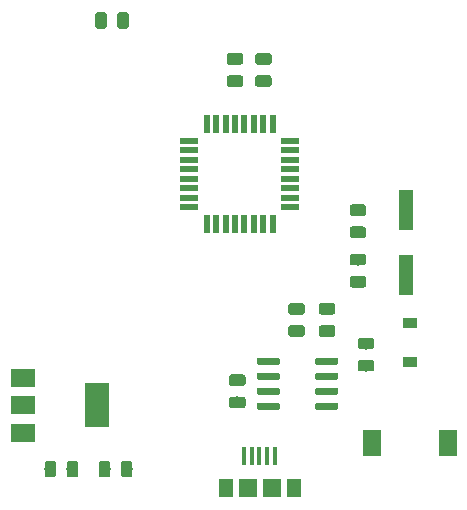
<source format=gbr>
G04 #@! TF.GenerationSoftware,KiCad,Pcbnew,(5.1.2-1)-1*
G04 #@! TF.CreationDate,2019-07-12T16:43:51-07:00*
G04 #@! TF.ProjectId,wavegenerator_v1,77617665-6765-46e6-9572-61746f725f76,rev?*
G04 #@! TF.SameCoordinates,Original*
G04 #@! TF.FileFunction,Paste,Top*
G04 #@! TF.FilePolarity,Positive*
%FSLAX46Y46*%
G04 Gerber Fmt 4.6, Leading zero omitted, Abs format (unit mm)*
G04 Created by KiCad (PCBNEW (5.1.2-1)-1) date 2019-07-12 16:43:51*
%MOMM*%
%LPD*%
G04 APERTURE LIST*
%ADD10R,1.200000X3.500000*%
%ADD11R,1.500000X2.200000*%
%ADD12R,1.200000X0.900000*%
%ADD13C,0.100000*%
%ADD14C,0.975000*%
%ADD15R,2.000000X1.500000*%
%ADD16R,2.000000X3.800000*%
%ADD17C,0.600000*%
%ADD18R,0.550000X1.600000*%
%ADD19R,1.600000X0.550000*%
%ADD20R,1.500000X1.650000*%
%ADD21R,0.400000X1.650000*%
%ADD22R,1.200000X1.650000*%
G04 APERTURE END LIST*
D10*
X82800000Y-80450000D03*
X82800000Y-74950000D03*
D11*
X79900000Y-94700000D03*
X86300000Y-94700000D03*
D12*
X83100000Y-84550000D03*
X83100000Y-87850000D03*
D13*
G36*
X73980142Y-82836174D02*
G01*
X74003803Y-82839684D01*
X74027007Y-82845496D01*
X74049529Y-82853554D01*
X74071153Y-82863782D01*
X74091670Y-82876079D01*
X74110883Y-82890329D01*
X74128607Y-82906393D01*
X74144671Y-82924117D01*
X74158921Y-82943330D01*
X74171218Y-82963847D01*
X74181446Y-82985471D01*
X74189504Y-83007993D01*
X74195316Y-83031197D01*
X74198826Y-83054858D01*
X74200000Y-83078750D01*
X74200000Y-83566250D01*
X74198826Y-83590142D01*
X74195316Y-83613803D01*
X74189504Y-83637007D01*
X74181446Y-83659529D01*
X74171218Y-83681153D01*
X74158921Y-83701670D01*
X74144671Y-83720883D01*
X74128607Y-83738607D01*
X74110883Y-83754671D01*
X74091670Y-83768921D01*
X74071153Y-83781218D01*
X74049529Y-83791446D01*
X74027007Y-83799504D01*
X74003803Y-83805316D01*
X73980142Y-83808826D01*
X73956250Y-83810000D01*
X73043750Y-83810000D01*
X73019858Y-83808826D01*
X72996197Y-83805316D01*
X72972993Y-83799504D01*
X72950471Y-83791446D01*
X72928847Y-83781218D01*
X72908330Y-83768921D01*
X72889117Y-83754671D01*
X72871393Y-83738607D01*
X72855329Y-83720883D01*
X72841079Y-83701670D01*
X72828782Y-83681153D01*
X72818554Y-83659529D01*
X72810496Y-83637007D01*
X72804684Y-83613803D01*
X72801174Y-83590142D01*
X72800000Y-83566250D01*
X72800000Y-83078750D01*
X72801174Y-83054858D01*
X72804684Y-83031197D01*
X72810496Y-83007993D01*
X72818554Y-82985471D01*
X72828782Y-82963847D01*
X72841079Y-82943330D01*
X72855329Y-82924117D01*
X72871393Y-82906393D01*
X72889117Y-82890329D01*
X72908330Y-82876079D01*
X72928847Y-82863782D01*
X72950471Y-82853554D01*
X72972993Y-82845496D01*
X72996197Y-82839684D01*
X73019858Y-82836174D01*
X73043750Y-82835000D01*
X73956250Y-82835000D01*
X73980142Y-82836174D01*
X73980142Y-82836174D01*
G37*
D14*
X73500000Y-83322500D03*
D13*
G36*
X73980142Y-84711174D02*
G01*
X74003803Y-84714684D01*
X74027007Y-84720496D01*
X74049529Y-84728554D01*
X74071153Y-84738782D01*
X74091670Y-84751079D01*
X74110883Y-84765329D01*
X74128607Y-84781393D01*
X74144671Y-84799117D01*
X74158921Y-84818330D01*
X74171218Y-84838847D01*
X74181446Y-84860471D01*
X74189504Y-84882993D01*
X74195316Y-84906197D01*
X74198826Y-84929858D01*
X74200000Y-84953750D01*
X74200000Y-85441250D01*
X74198826Y-85465142D01*
X74195316Y-85488803D01*
X74189504Y-85512007D01*
X74181446Y-85534529D01*
X74171218Y-85556153D01*
X74158921Y-85576670D01*
X74144671Y-85595883D01*
X74128607Y-85613607D01*
X74110883Y-85629671D01*
X74091670Y-85643921D01*
X74071153Y-85656218D01*
X74049529Y-85666446D01*
X74027007Y-85674504D01*
X74003803Y-85680316D01*
X73980142Y-85683826D01*
X73956250Y-85685000D01*
X73043750Y-85685000D01*
X73019858Y-85683826D01*
X72996197Y-85680316D01*
X72972993Y-85674504D01*
X72950471Y-85666446D01*
X72928847Y-85656218D01*
X72908330Y-85643921D01*
X72889117Y-85629671D01*
X72871393Y-85613607D01*
X72855329Y-85595883D01*
X72841079Y-85576670D01*
X72828782Y-85556153D01*
X72818554Y-85534529D01*
X72810496Y-85512007D01*
X72804684Y-85488803D01*
X72801174Y-85465142D01*
X72800000Y-85441250D01*
X72800000Y-84953750D01*
X72801174Y-84929858D01*
X72804684Y-84906197D01*
X72810496Y-84882993D01*
X72818554Y-84860471D01*
X72828782Y-84838847D01*
X72841079Y-84818330D01*
X72855329Y-84799117D01*
X72871393Y-84781393D01*
X72889117Y-84765329D01*
X72908330Y-84751079D01*
X72928847Y-84738782D01*
X72950471Y-84728554D01*
X72972993Y-84720496D01*
X72996197Y-84714684D01*
X73019858Y-84711174D01*
X73043750Y-84710000D01*
X73956250Y-84710000D01*
X73980142Y-84711174D01*
X73980142Y-84711174D01*
G37*
D14*
X73500000Y-85197500D03*
D13*
G36*
X76580142Y-82836174D02*
G01*
X76603803Y-82839684D01*
X76627007Y-82845496D01*
X76649529Y-82853554D01*
X76671153Y-82863782D01*
X76691670Y-82876079D01*
X76710883Y-82890329D01*
X76728607Y-82906393D01*
X76744671Y-82924117D01*
X76758921Y-82943330D01*
X76771218Y-82963847D01*
X76781446Y-82985471D01*
X76789504Y-83007993D01*
X76795316Y-83031197D01*
X76798826Y-83054858D01*
X76800000Y-83078750D01*
X76800000Y-83566250D01*
X76798826Y-83590142D01*
X76795316Y-83613803D01*
X76789504Y-83637007D01*
X76781446Y-83659529D01*
X76771218Y-83681153D01*
X76758921Y-83701670D01*
X76744671Y-83720883D01*
X76728607Y-83738607D01*
X76710883Y-83754671D01*
X76691670Y-83768921D01*
X76671153Y-83781218D01*
X76649529Y-83791446D01*
X76627007Y-83799504D01*
X76603803Y-83805316D01*
X76580142Y-83808826D01*
X76556250Y-83810000D01*
X75643750Y-83810000D01*
X75619858Y-83808826D01*
X75596197Y-83805316D01*
X75572993Y-83799504D01*
X75550471Y-83791446D01*
X75528847Y-83781218D01*
X75508330Y-83768921D01*
X75489117Y-83754671D01*
X75471393Y-83738607D01*
X75455329Y-83720883D01*
X75441079Y-83701670D01*
X75428782Y-83681153D01*
X75418554Y-83659529D01*
X75410496Y-83637007D01*
X75404684Y-83613803D01*
X75401174Y-83590142D01*
X75400000Y-83566250D01*
X75400000Y-83078750D01*
X75401174Y-83054858D01*
X75404684Y-83031197D01*
X75410496Y-83007993D01*
X75418554Y-82985471D01*
X75428782Y-82963847D01*
X75441079Y-82943330D01*
X75455329Y-82924117D01*
X75471393Y-82906393D01*
X75489117Y-82890329D01*
X75508330Y-82876079D01*
X75528847Y-82863782D01*
X75550471Y-82853554D01*
X75572993Y-82845496D01*
X75596197Y-82839684D01*
X75619858Y-82836174D01*
X75643750Y-82835000D01*
X76556250Y-82835000D01*
X76580142Y-82836174D01*
X76580142Y-82836174D01*
G37*
D14*
X76100000Y-83322500D03*
D13*
G36*
X76580142Y-84711174D02*
G01*
X76603803Y-84714684D01*
X76627007Y-84720496D01*
X76649529Y-84728554D01*
X76671153Y-84738782D01*
X76691670Y-84751079D01*
X76710883Y-84765329D01*
X76728607Y-84781393D01*
X76744671Y-84799117D01*
X76758921Y-84818330D01*
X76771218Y-84838847D01*
X76781446Y-84860471D01*
X76789504Y-84882993D01*
X76795316Y-84906197D01*
X76798826Y-84929858D01*
X76800000Y-84953750D01*
X76800000Y-85441250D01*
X76798826Y-85465142D01*
X76795316Y-85488803D01*
X76789504Y-85512007D01*
X76781446Y-85534529D01*
X76771218Y-85556153D01*
X76758921Y-85576670D01*
X76744671Y-85595883D01*
X76728607Y-85613607D01*
X76710883Y-85629671D01*
X76691670Y-85643921D01*
X76671153Y-85656218D01*
X76649529Y-85666446D01*
X76627007Y-85674504D01*
X76603803Y-85680316D01*
X76580142Y-85683826D01*
X76556250Y-85685000D01*
X75643750Y-85685000D01*
X75619858Y-85683826D01*
X75596197Y-85680316D01*
X75572993Y-85674504D01*
X75550471Y-85666446D01*
X75528847Y-85656218D01*
X75508330Y-85643921D01*
X75489117Y-85629671D01*
X75471393Y-85613607D01*
X75455329Y-85595883D01*
X75441079Y-85576670D01*
X75428782Y-85556153D01*
X75418554Y-85534529D01*
X75410496Y-85512007D01*
X75404684Y-85488803D01*
X75401174Y-85465142D01*
X75400000Y-85441250D01*
X75400000Y-84953750D01*
X75401174Y-84929858D01*
X75404684Y-84906197D01*
X75410496Y-84882993D01*
X75418554Y-84860471D01*
X75428782Y-84838847D01*
X75441079Y-84818330D01*
X75455329Y-84799117D01*
X75471393Y-84781393D01*
X75489117Y-84765329D01*
X75508330Y-84751079D01*
X75528847Y-84738782D01*
X75550471Y-84728554D01*
X75572993Y-84720496D01*
X75596197Y-84714684D01*
X75619858Y-84711174D01*
X75643750Y-84710000D01*
X76556250Y-84710000D01*
X76580142Y-84711174D01*
X76580142Y-84711174D01*
G37*
D14*
X76100000Y-85197500D03*
D13*
G36*
X57530142Y-96201174D02*
G01*
X57553803Y-96204684D01*
X57577007Y-96210496D01*
X57599529Y-96218554D01*
X57621153Y-96228782D01*
X57641670Y-96241079D01*
X57660883Y-96255329D01*
X57678607Y-96271393D01*
X57694671Y-96289117D01*
X57708921Y-96308330D01*
X57721218Y-96328847D01*
X57731446Y-96350471D01*
X57739504Y-96372993D01*
X57745316Y-96396197D01*
X57748826Y-96419858D01*
X57750000Y-96443750D01*
X57750000Y-97356250D01*
X57748826Y-97380142D01*
X57745316Y-97403803D01*
X57739504Y-97427007D01*
X57731446Y-97449529D01*
X57721218Y-97471153D01*
X57708921Y-97491670D01*
X57694671Y-97510883D01*
X57678607Y-97528607D01*
X57660883Y-97544671D01*
X57641670Y-97558921D01*
X57621153Y-97571218D01*
X57599529Y-97581446D01*
X57577007Y-97589504D01*
X57553803Y-97595316D01*
X57530142Y-97598826D01*
X57506250Y-97600000D01*
X57018750Y-97600000D01*
X56994858Y-97598826D01*
X56971197Y-97595316D01*
X56947993Y-97589504D01*
X56925471Y-97581446D01*
X56903847Y-97571218D01*
X56883330Y-97558921D01*
X56864117Y-97544671D01*
X56846393Y-97528607D01*
X56830329Y-97510883D01*
X56816079Y-97491670D01*
X56803782Y-97471153D01*
X56793554Y-97449529D01*
X56785496Y-97427007D01*
X56779684Y-97403803D01*
X56776174Y-97380142D01*
X56775000Y-97356250D01*
X56775000Y-96443750D01*
X56776174Y-96419858D01*
X56779684Y-96396197D01*
X56785496Y-96372993D01*
X56793554Y-96350471D01*
X56803782Y-96328847D01*
X56816079Y-96308330D01*
X56830329Y-96289117D01*
X56846393Y-96271393D01*
X56864117Y-96255329D01*
X56883330Y-96241079D01*
X56903847Y-96228782D01*
X56925471Y-96218554D01*
X56947993Y-96210496D01*
X56971197Y-96204684D01*
X56994858Y-96201174D01*
X57018750Y-96200000D01*
X57506250Y-96200000D01*
X57530142Y-96201174D01*
X57530142Y-96201174D01*
G37*
D14*
X57262500Y-96900000D03*
D13*
G36*
X59405142Y-96201174D02*
G01*
X59428803Y-96204684D01*
X59452007Y-96210496D01*
X59474529Y-96218554D01*
X59496153Y-96228782D01*
X59516670Y-96241079D01*
X59535883Y-96255329D01*
X59553607Y-96271393D01*
X59569671Y-96289117D01*
X59583921Y-96308330D01*
X59596218Y-96328847D01*
X59606446Y-96350471D01*
X59614504Y-96372993D01*
X59620316Y-96396197D01*
X59623826Y-96419858D01*
X59625000Y-96443750D01*
X59625000Y-97356250D01*
X59623826Y-97380142D01*
X59620316Y-97403803D01*
X59614504Y-97427007D01*
X59606446Y-97449529D01*
X59596218Y-97471153D01*
X59583921Y-97491670D01*
X59569671Y-97510883D01*
X59553607Y-97528607D01*
X59535883Y-97544671D01*
X59516670Y-97558921D01*
X59496153Y-97571218D01*
X59474529Y-97581446D01*
X59452007Y-97589504D01*
X59428803Y-97595316D01*
X59405142Y-97598826D01*
X59381250Y-97600000D01*
X58893750Y-97600000D01*
X58869858Y-97598826D01*
X58846197Y-97595316D01*
X58822993Y-97589504D01*
X58800471Y-97581446D01*
X58778847Y-97571218D01*
X58758330Y-97558921D01*
X58739117Y-97544671D01*
X58721393Y-97528607D01*
X58705329Y-97510883D01*
X58691079Y-97491670D01*
X58678782Y-97471153D01*
X58668554Y-97449529D01*
X58660496Y-97427007D01*
X58654684Y-97403803D01*
X58651174Y-97380142D01*
X58650000Y-97356250D01*
X58650000Y-96443750D01*
X58651174Y-96419858D01*
X58654684Y-96396197D01*
X58660496Y-96372993D01*
X58668554Y-96350471D01*
X58678782Y-96328847D01*
X58691079Y-96308330D01*
X58705329Y-96289117D01*
X58721393Y-96271393D01*
X58739117Y-96255329D01*
X58758330Y-96241079D01*
X58778847Y-96228782D01*
X58800471Y-96218554D01*
X58822993Y-96210496D01*
X58846197Y-96204684D01*
X58869858Y-96201174D01*
X58893750Y-96200000D01*
X59381250Y-96200000D01*
X59405142Y-96201174D01*
X59405142Y-96201174D01*
G37*
D14*
X59137500Y-96900000D03*
D13*
G36*
X54805142Y-96201174D02*
G01*
X54828803Y-96204684D01*
X54852007Y-96210496D01*
X54874529Y-96218554D01*
X54896153Y-96228782D01*
X54916670Y-96241079D01*
X54935883Y-96255329D01*
X54953607Y-96271393D01*
X54969671Y-96289117D01*
X54983921Y-96308330D01*
X54996218Y-96328847D01*
X55006446Y-96350471D01*
X55014504Y-96372993D01*
X55020316Y-96396197D01*
X55023826Y-96419858D01*
X55025000Y-96443750D01*
X55025000Y-97356250D01*
X55023826Y-97380142D01*
X55020316Y-97403803D01*
X55014504Y-97427007D01*
X55006446Y-97449529D01*
X54996218Y-97471153D01*
X54983921Y-97491670D01*
X54969671Y-97510883D01*
X54953607Y-97528607D01*
X54935883Y-97544671D01*
X54916670Y-97558921D01*
X54896153Y-97571218D01*
X54874529Y-97581446D01*
X54852007Y-97589504D01*
X54828803Y-97595316D01*
X54805142Y-97598826D01*
X54781250Y-97600000D01*
X54293750Y-97600000D01*
X54269858Y-97598826D01*
X54246197Y-97595316D01*
X54222993Y-97589504D01*
X54200471Y-97581446D01*
X54178847Y-97571218D01*
X54158330Y-97558921D01*
X54139117Y-97544671D01*
X54121393Y-97528607D01*
X54105329Y-97510883D01*
X54091079Y-97491670D01*
X54078782Y-97471153D01*
X54068554Y-97449529D01*
X54060496Y-97427007D01*
X54054684Y-97403803D01*
X54051174Y-97380142D01*
X54050000Y-97356250D01*
X54050000Y-96443750D01*
X54051174Y-96419858D01*
X54054684Y-96396197D01*
X54060496Y-96372993D01*
X54068554Y-96350471D01*
X54078782Y-96328847D01*
X54091079Y-96308330D01*
X54105329Y-96289117D01*
X54121393Y-96271393D01*
X54139117Y-96255329D01*
X54158330Y-96241079D01*
X54178847Y-96228782D01*
X54200471Y-96218554D01*
X54222993Y-96210496D01*
X54246197Y-96204684D01*
X54269858Y-96201174D01*
X54293750Y-96200000D01*
X54781250Y-96200000D01*
X54805142Y-96201174D01*
X54805142Y-96201174D01*
G37*
D14*
X54537500Y-96900000D03*
D13*
G36*
X52930142Y-96201174D02*
G01*
X52953803Y-96204684D01*
X52977007Y-96210496D01*
X52999529Y-96218554D01*
X53021153Y-96228782D01*
X53041670Y-96241079D01*
X53060883Y-96255329D01*
X53078607Y-96271393D01*
X53094671Y-96289117D01*
X53108921Y-96308330D01*
X53121218Y-96328847D01*
X53131446Y-96350471D01*
X53139504Y-96372993D01*
X53145316Y-96396197D01*
X53148826Y-96419858D01*
X53150000Y-96443750D01*
X53150000Y-97356250D01*
X53148826Y-97380142D01*
X53145316Y-97403803D01*
X53139504Y-97427007D01*
X53131446Y-97449529D01*
X53121218Y-97471153D01*
X53108921Y-97491670D01*
X53094671Y-97510883D01*
X53078607Y-97528607D01*
X53060883Y-97544671D01*
X53041670Y-97558921D01*
X53021153Y-97571218D01*
X52999529Y-97581446D01*
X52977007Y-97589504D01*
X52953803Y-97595316D01*
X52930142Y-97598826D01*
X52906250Y-97600000D01*
X52418750Y-97600000D01*
X52394858Y-97598826D01*
X52371197Y-97595316D01*
X52347993Y-97589504D01*
X52325471Y-97581446D01*
X52303847Y-97571218D01*
X52283330Y-97558921D01*
X52264117Y-97544671D01*
X52246393Y-97528607D01*
X52230329Y-97510883D01*
X52216079Y-97491670D01*
X52203782Y-97471153D01*
X52193554Y-97449529D01*
X52185496Y-97427007D01*
X52179684Y-97403803D01*
X52176174Y-97380142D01*
X52175000Y-97356250D01*
X52175000Y-96443750D01*
X52176174Y-96419858D01*
X52179684Y-96396197D01*
X52185496Y-96372993D01*
X52193554Y-96350471D01*
X52203782Y-96328847D01*
X52216079Y-96308330D01*
X52230329Y-96289117D01*
X52246393Y-96271393D01*
X52264117Y-96255329D01*
X52283330Y-96241079D01*
X52303847Y-96228782D01*
X52325471Y-96218554D01*
X52347993Y-96210496D01*
X52371197Y-96204684D01*
X52394858Y-96201174D01*
X52418750Y-96200000D01*
X52906250Y-96200000D01*
X52930142Y-96201174D01*
X52930142Y-96201174D01*
G37*
D14*
X52662500Y-96900000D03*
D13*
G36*
X68780142Y-61676174D02*
G01*
X68803803Y-61679684D01*
X68827007Y-61685496D01*
X68849529Y-61693554D01*
X68871153Y-61703782D01*
X68891670Y-61716079D01*
X68910883Y-61730329D01*
X68928607Y-61746393D01*
X68944671Y-61764117D01*
X68958921Y-61783330D01*
X68971218Y-61803847D01*
X68981446Y-61825471D01*
X68989504Y-61847993D01*
X68995316Y-61871197D01*
X68998826Y-61894858D01*
X69000000Y-61918750D01*
X69000000Y-62406250D01*
X68998826Y-62430142D01*
X68995316Y-62453803D01*
X68989504Y-62477007D01*
X68981446Y-62499529D01*
X68971218Y-62521153D01*
X68958921Y-62541670D01*
X68944671Y-62560883D01*
X68928607Y-62578607D01*
X68910883Y-62594671D01*
X68891670Y-62608921D01*
X68871153Y-62621218D01*
X68849529Y-62631446D01*
X68827007Y-62639504D01*
X68803803Y-62645316D01*
X68780142Y-62648826D01*
X68756250Y-62650000D01*
X67843750Y-62650000D01*
X67819858Y-62648826D01*
X67796197Y-62645316D01*
X67772993Y-62639504D01*
X67750471Y-62631446D01*
X67728847Y-62621218D01*
X67708330Y-62608921D01*
X67689117Y-62594671D01*
X67671393Y-62578607D01*
X67655329Y-62560883D01*
X67641079Y-62541670D01*
X67628782Y-62521153D01*
X67618554Y-62499529D01*
X67610496Y-62477007D01*
X67604684Y-62453803D01*
X67601174Y-62430142D01*
X67600000Y-62406250D01*
X67600000Y-61918750D01*
X67601174Y-61894858D01*
X67604684Y-61871197D01*
X67610496Y-61847993D01*
X67618554Y-61825471D01*
X67628782Y-61803847D01*
X67641079Y-61783330D01*
X67655329Y-61764117D01*
X67671393Y-61746393D01*
X67689117Y-61730329D01*
X67708330Y-61716079D01*
X67728847Y-61703782D01*
X67750471Y-61693554D01*
X67772993Y-61685496D01*
X67796197Y-61679684D01*
X67819858Y-61676174D01*
X67843750Y-61675000D01*
X68756250Y-61675000D01*
X68780142Y-61676174D01*
X68780142Y-61676174D01*
G37*
D14*
X68300000Y-62162500D03*
D13*
G36*
X68780142Y-63551174D02*
G01*
X68803803Y-63554684D01*
X68827007Y-63560496D01*
X68849529Y-63568554D01*
X68871153Y-63578782D01*
X68891670Y-63591079D01*
X68910883Y-63605329D01*
X68928607Y-63621393D01*
X68944671Y-63639117D01*
X68958921Y-63658330D01*
X68971218Y-63678847D01*
X68981446Y-63700471D01*
X68989504Y-63722993D01*
X68995316Y-63746197D01*
X68998826Y-63769858D01*
X69000000Y-63793750D01*
X69000000Y-64281250D01*
X68998826Y-64305142D01*
X68995316Y-64328803D01*
X68989504Y-64352007D01*
X68981446Y-64374529D01*
X68971218Y-64396153D01*
X68958921Y-64416670D01*
X68944671Y-64435883D01*
X68928607Y-64453607D01*
X68910883Y-64469671D01*
X68891670Y-64483921D01*
X68871153Y-64496218D01*
X68849529Y-64506446D01*
X68827007Y-64514504D01*
X68803803Y-64520316D01*
X68780142Y-64523826D01*
X68756250Y-64525000D01*
X67843750Y-64525000D01*
X67819858Y-64523826D01*
X67796197Y-64520316D01*
X67772993Y-64514504D01*
X67750471Y-64506446D01*
X67728847Y-64496218D01*
X67708330Y-64483921D01*
X67689117Y-64469671D01*
X67671393Y-64453607D01*
X67655329Y-64435883D01*
X67641079Y-64416670D01*
X67628782Y-64396153D01*
X67618554Y-64374529D01*
X67610496Y-64352007D01*
X67604684Y-64328803D01*
X67601174Y-64305142D01*
X67600000Y-64281250D01*
X67600000Y-63793750D01*
X67601174Y-63769858D01*
X67604684Y-63746197D01*
X67610496Y-63722993D01*
X67618554Y-63700471D01*
X67628782Y-63678847D01*
X67641079Y-63658330D01*
X67655329Y-63639117D01*
X67671393Y-63621393D01*
X67689117Y-63605329D01*
X67708330Y-63591079D01*
X67728847Y-63578782D01*
X67750471Y-63568554D01*
X67772993Y-63560496D01*
X67796197Y-63554684D01*
X67819858Y-63551174D01*
X67843750Y-63550000D01*
X68756250Y-63550000D01*
X68780142Y-63551174D01*
X68780142Y-63551174D01*
G37*
D14*
X68300000Y-64037500D03*
D13*
G36*
X68980142Y-88876174D02*
G01*
X69003803Y-88879684D01*
X69027007Y-88885496D01*
X69049529Y-88893554D01*
X69071153Y-88903782D01*
X69091670Y-88916079D01*
X69110883Y-88930329D01*
X69128607Y-88946393D01*
X69144671Y-88964117D01*
X69158921Y-88983330D01*
X69171218Y-89003847D01*
X69181446Y-89025471D01*
X69189504Y-89047993D01*
X69195316Y-89071197D01*
X69198826Y-89094858D01*
X69200000Y-89118750D01*
X69200000Y-89606250D01*
X69198826Y-89630142D01*
X69195316Y-89653803D01*
X69189504Y-89677007D01*
X69181446Y-89699529D01*
X69171218Y-89721153D01*
X69158921Y-89741670D01*
X69144671Y-89760883D01*
X69128607Y-89778607D01*
X69110883Y-89794671D01*
X69091670Y-89808921D01*
X69071153Y-89821218D01*
X69049529Y-89831446D01*
X69027007Y-89839504D01*
X69003803Y-89845316D01*
X68980142Y-89848826D01*
X68956250Y-89850000D01*
X68043750Y-89850000D01*
X68019858Y-89848826D01*
X67996197Y-89845316D01*
X67972993Y-89839504D01*
X67950471Y-89831446D01*
X67928847Y-89821218D01*
X67908330Y-89808921D01*
X67889117Y-89794671D01*
X67871393Y-89778607D01*
X67855329Y-89760883D01*
X67841079Y-89741670D01*
X67828782Y-89721153D01*
X67818554Y-89699529D01*
X67810496Y-89677007D01*
X67804684Y-89653803D01*
X67801174Y-89630142D01*
X67800000Y-89606250D01*
X67800000Y-89118750D01*
X67801174Y-89094858D01*
X67804684Y-89071197D01*
X67810496Y-89047993D01*
X67818554Y-89025471D01*
X67828782Y-89003847D01*
X67841079Y-88983330D01*
X67855329Y-88964117D01*
X67871393Y-88946393D01*
X67889117Y-88930329D01*
X67908330Y-88916079D01*
X67928847Y-88903782D01*
X67950471Y-88893554D01*
X67972993Y-88885496D01*
X67996197Y-88879684D01*
X68019858Y-88876174D01*
X68043750Y-88875000D01*
X68956250Y-88875000D01*
X68980142Y-88876174D01*
X68980142Y-88876174D01*
G37*
D14*
X68500000Y-89362500D03*
D13*
G36*
X68980142Y-90751174D02*
G01*
X69003803Y-90754684D01*
X69027007Y-90760496D01*
X69049529Y-90768554D01*
X69071153Y-90778782D01*
X69091670Y-90791079D01*
X69110883Y-90805329D01*
X69128607Y-90821393D01*
X69144671Y-90839117D01*
X69158921Y-90858330D01*
X69171218Y-90878847D01*
X69181446Y-90900471D01*
X69189504Y-90922993D01*
X69195316Y-90946197D01*
X69198826Y-90969858D01*
X69200000Y-90993750D01*
X69200000Y-91481250D01*
X69198826Y-91505142D01*
X69195316Y-91528803D01*
X69189504Y-91552007D01*
X69181446Y-91574529D01*
X69171218Y-91596153D01*
X69158921Y-91616670D01*
X69144671Y-91635883D01*
X69128607Y-91653607D01*
X69110883Y-91669671D01*
X69091670Y-91683921D01*
X69071153Y-91696218D01*
X69049529Y-91706446D01*
X69027007Y-91714504D01*
X69003803Y-91720316D01*
X68980142Y-91723826D01*
X68956250Y-91725000D01*
X68043750Y-91725000D01*
X68019858Y-91723826D01*
X67996197Y-91720316D01*
X67972993Y-91714504D01*
X67950471Y-91706446D01*
X67928847Y-91696218D01*
X67908330Y-91683921D01*
X67889117Y-91669671D01*
X67871393Y-91653607D01*
X67855329Y-91635883D01*
X67841079Y-91616670D01*
X67828782Y-91596153D01*
X67818554Y-91574529D01*
X67810496Y-91552007D01*
X67804684Y-91528803D01*
X67801174Y-91505142D01*
X67800000Y-91481250D01*
X67800000Y-90993750D01*
X67801174Y-90969858D01*
X67804684Y-90946197D01*
X67810496Y-90922993D01*
X67818554Y-90900471D01*
X67828782Y-90878847D01*
X67841079Y-90858330D01*
X67855329Y-90839117D01*
X67871393Y-90821393D01*
X67889117Y-90805329D01*
X67908330Y-90791079D01*
X67928847Y-90778782D01*
X67950471Y-90768554D01*
X67972993Y-90760496D01*
X67996197Y-90754684D01*
X68019858Y-90751174D01*
X68043750Y-90750000D01*
X68956250Y-90750000D01*
X68980142Y-90751174D01*
X68980142Y-90751174D01*
G37*
D14*
X68500000Y-91237500D03*
D13*
G36*
X57230142Y-58201174D02*
G01*
X57253803Y-58204684D01*
X57277007Y-58210496D01*
X57299529Y-58218554D01*
X57321153Y-58228782D01*
X57341670Y-58241079D01*
X57360883Y-58255329D01*
X57378607Y-58271393D01*
X57394671Y-58289117D01*
X57408921Y-58308330D01*
X57421218Y-58328847D01*
X57431446Y-58350471D01*
X57439504Y-58372993D01*
X57445316Y-58396197D01*
X57448826Y-58419858D01*
X57450000Y-58443750D01*
X57450000Y-59356250D01*
X57448826Y-59380142D01*
X57445316Y-59403803D01*
X57439504Y-59427007D01*
X57431446Y-59449529D01*
X57421218Y-59471153D01*
X57408921Y-59491670D01*
X57394671Y-59510883D01*
X57378607Y-59528607D01*
X57360883Y-59544671D01*
X57341670Y-59558921D01*
X57321153Y-59571218D01*
X57299529Y-59581446D01*
X57277007Y-59589504D01*
X57253803Y-59595316D01*
X57230142Y-59598826D01*
X57206250Y-59600000D01*
X56718750Y-59600000D01*
X56694858Y-59598826D01*
X56671197Y-59595316D01*
X56647993Y-59589504D01*
X56625471Y-59581446D01*
X56603847Y-59571218D01*
X56583330Y-59558921D01*
X56564117Y-59544671D01*
X56546393Y-59528607D01*
X56530329Y-59510883D01*
X56516079Y-59491670D01*
X56503782Y-59471153D01*
X56493554Y-59449529D01*
X56485496Y-59427007D01*
X56479684Y-59403803D01*
X56476174Y-59380142D01*
X56475000Y-59356250D01*
X56475000Y-58443750D01*
X56476174Y-58419858D01*
X56479684Y-58396197D01*
X56485496Y-58372993D01*
X56493554Y-58350471D01*
X56503782Y-58328847D01*
X56516079Y-58308330D01*
X56530329Y-58289117D01*
X56546393Y-58271393D01*
X56564117Y-58255329D01*
X56583330Y-58241079D01*
X56603847Y-58228782D01*
X56625471Y-58218554D01*
X56647993Y-58210496D01*
X56671197Y-58204684D01*
X56694858Y-58201174D01*
X56718750Y-58200000D01*
X57206250Y-58200000D01*
X57230142Y-58201174D01*
X57230142Y-58201174D01*
G37*
D14*
X56962500Y-58900000D03*
D13*
G36*
X59105142Y-58201174D02*
G01*
X59128803Y-58204684D01*
X59152007Y-58210496D01*
X59174529Y-58218554D01*
X59196153Y-58228782D01*
X59216670Y-58241079D01*
X59235883Y-58255329D01*
X59253607Y-58271393D01*
X59269671Y-58289117D01*
X59283921Y-58308330D01*
X59296218Y-58328847D01*
X59306446Y-58350471D01*
X59314504Y-58372993D01*
X59320316Y-58396197D01*
X59323826Y-58419858D01*
X59325000Y-58443750D01*
X59325000Y-59356250D01*
X59323826Y-59380142D01*
X59320316Y-59403803D01*
X59314504Y-59427007D01*
X59306446Y-59449529D01*
X59296218Y-59471153D01*
X59283921Y-59491670D01*
X59269671Y-59510883D01*
X59253607Y-59528607D01*
X59235883Y-59544671D01*
X59216670Y-59558921D01*
X59196153Y-59571218D01*
X59174529Y-59581446D01*
X59152007Y-59589504D01*
X59128803Y-59595316D01*
X59105142Y-59598826D01*
X59081250Y-59600000D01*
X58593750Y-59600000D01*
X58569858Y-59598826D01*
X58546197Y-59595316D01*
X58522993Y-59589504D01*
X58500471Y-59581446D01*
X58478847Y-59571218D01*
X58458330Y-59558921D01*
X58439117Y-59544671D01*
X58421393Y-59528607D01*
X58405329Y-59510883D01*
X58391079Y-59491670D01*
X58378782Y-59471153D01*
X58368554Y-59449529D01*
X58360496Y-59427007D01*
X58354684Y-59403803D01*
X58351174Y-59380142D01*
X58350000Y-59356250D01*
X58350000Y-58443750D01*
X58351174Y-58419858D01*
X58354684Y-58396197D01*
X58360496Y-58372993D01*
X58368554Y-58350471D01*
X58378782Y-58328847D01*
X58391079Y-58308330D01*
X58405329Y-58289117D01*
X58421393Y-58271393D01*
X58439117Y-58255329D01*
X58458330Y-58241079D01*
X58478847Y-58228782D01*
X58500471Y-58218554D01*
X58522993Y-58210496D01*
X58546197Y-58204684D01*
X58569858Y-58201174D01*
X58593750Y-58200000D01*
X59081250Y-58200000D01*
X59105142Y-58201174D01*
X59105142Y-58201174D01*
G37*
D14*
X58837500Y-58900000D03*
D13*
G36*
X79880142Y-85776174D02*
G01*
X79903803Y-85779684D01*
X79927007Y-85785496D01*
X79949529Y-85793554D01*
X79971153Y-85803782D01*
X79991670Y-85816079D01*
X80010883Y-85830329D01*
X80028607Y-85846393D01*
X80044671Y-85864117D01*
X80058921Y-85883330D01*
X80071218Y-85903847D01*
X80081446Y-85925471D01*
X80089504Y-85947993D01*
X80095316Y-85971197D01*
X80098826Y-85994858D01*
X80100000Y-86018750D01*
X80100000Y-86506250D01*
X80098826Y-86530142D01*
X80095316Y-86553803D01*
X80089504Y-86577007D01*
X80081446Y-86599529D01*
X80071218Y-86621153D01*
X80058921Y-86641670D01*
X80044671Y-86660883D01*
X80028607Y-86678607D01*
X80010883Y-86694671D01*
X79991670Y-86708921D01*
X79971153Y-86721218D01*
X79949529Y-86731446D01*
X79927007Y-86739504D01*
X79903803Y-86745316D01*
X79880142Y-86748826D01*
X79856250Y-86750000D01*
X78943750Y-86750000D01*
X78919858Y-86748826D01*
X78896197Y-86745316D01*
X78872993Y-86739504D01*
X78850471Y-86731446D01*
X78828847Y-86721218D01*
X78808330Y-86708921D01*
X78789117Y-86694671D01*
X78771393Y-86678607D01*
X78755329Y-86660883D01*
X78741079Y-86641670D01*
X78728782Y-86621153D01*
X78718554Y-86599529D01*
X78710496Y-86577007D01*
X78704684Y-86553803D01*
X78701174Y-86530142D01*
X78700000Y-86506250D01*
X78700000Y-86018750D01*
X78701174Y-85994858D01*
X78704684Y-85971197D01*
X78710496Y-85947993D01*
X78718554Y-85925471D01*
X78728782Y-85903847D01*
X78741079Y-85883330D01*
X78755329Y-85864117D01*
X78771393Y-85846393D01*
X78789117Y-85830329D01*
X78808330Y-85816079D01*
X78828847Y-85803782D01*
X78850471Y-85793554D01*
X78872993Y-85785496D01*
X78896197Y-85779684D01*
X78919858Y-85776174D01*
X78943750Y-85775000D01*
X79856250Y-85775000D01*
X79880142Y-85776174D01*
X79880142Y-85776174D01*
G37*
D14*
X79400000Y-86262500D03*
D13*
G36*
X79880142Y-87651174D02*
G01*
X79903803Y-87654684D01*
X79927007Y-87660496D01*
X79949529Y-87668554D01*
X79971153Y-87678782D01*
X79991670Y-87691079D01*
X80010883Y-87705329D01*
X80028607Y-87721393D01*
X80044671Y-87739117D01*
X80058921Y-87758330D01*
X80071218Y-87778847D01*
X80081446Y-87800471D01*
X80089504Y-87822993D01*
X80095316Y-87846197D01*
X80098826Y-87869858D01*
X80100000Y-87893750D01*
X80100000Y-88381250D01*
X80098826Y-88405142D01*
X80095316Y-88428803D01*
X80089504Y-88452007D01*
X80081446Y-88474529D01*
X80071218Y-88496153D01*
X80058921Y-88516670D01*
X80044671Y-88535883D01*
X80028607Y-88553607D01*
X80010883Y-88569671D01*
X79991670Y-88583921D01*
X79971153Y-88596218D01*
X79949529Y-88606446D01*
X79927007Y-88614504D01*
X79903803Y-88620316D01*
X79880142Y-88623826D01*
X79856250Y-88625000D01*
X78943750Y-88625000D01*
X78919858Y-88623826D01*
X78896197Y-88620316D01*
X78872993Y-88614504D01*
X78850471Y-88606446D01*
X78828847Y-88596218D01*
X78808330Y-88583921D01*
X78789117Y-88569671D01*
X78771393Y-88553607D01*
X78755329Y-88535883D01*
X78741079Y-88516670D01*
X78728782Y-88496153D01*
X78718554Y-88474529D01*
X78710496Y-88452007D01*
X78704684Y-88428803D01*
X78701174Y-88405142D01*
X78700000Y-88381250D01*
X78700000Y-87893750D01*
X78701174Y-87869858D01*
X78704684Y-87846197D01*
X78710496Y-87822993D01*
X78718554Y-87800471D01*
X78728782Y-87778847D01*
X78741079Y-87758330D01*
X78755329Y-87739117D01*
X78771393Y-87721393D01*
X78789117Y-87705329D01*
X78808330Y-87691079D01*
X78828847Y-87678782D01*
X78850471Y-87668554D01*
X78872993Y-87660496D01*
X78896197Y-87654684D01*
X78919858Y-87651174D01*
X78943750Y-87650000D01*
X79856250Y-87650000D01*
X79880142Y-87651174D01*
X79880142Y-87651174D01*
G37*
D14*
X79400000Y-88137500D03*
D13*
G36*
X79180142Y-74476174D02*
G01*
X79203803Y-74479684D01*
X79227007Y-74485496D01*
X79249529Y-74493554D01*
X79271153Y-74503782D01*
X79291670Y-74516079D01*
X79310883Y-74530329D01*
X79328607Y-74546393D01*
X79344671Y-74564117D01*
X79358921Y-74583330D01*
X79371218Y-74603847D01*
X79381446Y-74625471D01*
X79389504Y-74647993D01*
X79395316Y-74671197D01*
X79398826Y-74694858D01*
X79400000Y-74718750D01*
X79400000Y-75206250D01*
X79398826Y-75230142D01*
X79395316Y-75253803D01*
X79389504Y-75277007D01*
X79381446Y-75299529D01*
X79371218Y-75321153D01*
X79358921Y-75341670D01*
X79344671Y-75360883D01*
X79328607Y-75378607D01*
X79310883Y-75394671D01*
X79291670Y-75408921D01*
X79271153Y-75421218D01*
X79249529Y-75431446D01*
X79227007Y-75439504D01*
X79203803Y-75445316D01*
X79180142Y-75448826D01*
X79156250Y-75450000D01*
X78243750Y-75450000D01*
X78219858Y-75448826D01*
X78196197Y-75445316D01*
X78172993Y-75439504D01*
X78150471Y-75431446D01*
X78128847Y-75421218D01*
X78108330Y-75408921D01*
X78089117Y-75394671D01*
X78071393Y-75378607D01*
X78055329Y-75360883D01*
X78041079Y-75341670D01*
X78028782Y-75321153D01*
X78018554Y-75299529D01*
X78010496Y-75277007D01*
X78004684Y-75253803D01*
X78001174Y-75230142D01*
X78000000Y-75206250D01*
X78000000Y-74718750D01*
X78001174Y-74694858D01*
X78004684Y-74671197D01*
X78010496Y-74647993D01*
X78018554Y-74625471D01*
X78028782Y-74603847D01*
X78041079Y-74583330D01*
X78055329Y-74564117D01*
X78071393Y-74546393D01*
X78089117Y-74530329D01*
X78108330Y-74516079D01*
X78128847Y-74503782D01*
X78150471Y-74493554D01*
X78172993Y-74485496D01*
X78196197Y-74479684D01*
X78219858Y-74476174D01*
X78243750Y-74475000D01*
X79156250Y-74475000D01*
X79180142Y-74476174D01*
X79180142Y-74476174D01*
G37*
D14*
X78700000Y-74962500D03*
D13*
G36*
X79180142Y-76351174D02*
G01*
X79203803Y-76354684D01*
X79227007Y-76360496D01*
X79249529Y-76368554D01*
X79271153Y-76378782D01*
X79291670Y-76391079D01*
X79310883Y-76405329D01*
X79328607Y-76421393D01*
X79344671Y-76439117D01*
X79358921Y-76458330D01*
X79371218Y-76478847D01*
X79381446Y-76500471D01*
X79389504Y-76522993D01*
X79395316Y-76546197D01*
X79398826Y-76569858D01*
X79400000Y-76593750D01*
X79400000Y-77081250D01*
X79398826Y-77105142D01*
X79395316Y-77128803D01*
X79389504Y-77152007D01*
X79381446Y-77174529D01*
X79371218Y-77196153D01*
X79358921Y-77216670D01*
X79344671Y-77235883D01*
X79328607Y-77253607D01*
X79310883Y-77269671D01*
X79291670Y-77283921D01*
X79271153Y-77296218D01*
X79249529Y-77306446D01*
X79227007Y-77314504D01*
X79203803Y-77320316D01*
X79180142Y-77323826D01*
X79156250Y-77325000D01*
X78243750Y-77325000D01*
X78219858Y-77323826D01*
X78196197Y-77320316D01*
X78172993Y-77314504D01*
X78150471Y-77306446D01*
X78128847Y-77296218D01*
X78108330Y-77283921D01*
X78089117Y-77269671D01*
X78071393Y-77253607D01*
X78055329Y-77235883D01*
X78041079Y-77216670D01*
X78028782Y-77196153D01*
X78018554Y-77174529D01*
X78010496Y-77152007D01*
X78004684Y-77128803D01*
X78001174Y-77105142D01*
X78000000Y-77081250D01*
X78000000Y-76593750D01*
X78001174Y-76569858D01*
X78004684Y-76546197D01*
X78010496Y-76522993D01*
X78018554Y-76500471D01*
X78028782Y-76478847D01*
X78041079Y-76458330D01*
X78055329Y-76439117D01*
X78071393Y-76421393D01*
X78089117Y-76405329D01*
X78108330Y-76391079D01*
X78128847Y-76378782D01*
X78150471Y-76368554D01*
X78172993Y-76360496D01*
X78196197Y-76354684D01*
X78219858Y-76351174D01*
X78243750Y-76350000D01*
X79156250Y-76350000D01*
X79180142Y-76351174D01*
X79180142Y-76351174D01*
G37*
D14*
X78700000Y-76837500D03*
D13*
G36*
X79180142Y-78676174D02*
G01*
X79203803Y-78679684D01*
X79227007Y-78685496D01*
X79249529Y-78693554D01*
X79271153Y-78703782D01*
X79291670Y-78716079D01*
X79310883Y-78730329D01*
X79328607Y-78746393D01*
X79344671Y-78764117D01*
X79358921Y-78783330D01*
X79371218Y-78803847D01*
X79381446Y-78825471D01*
X79389504Y-78847993D01*
X79395316Y-78871197D01*
X79398826Y-78894858D01*
X79400000Y-78918750D01*
X79400000Y-79406250D01*
X79398826Y-79430142D01*
X79395316Y-79453803D01*
X79389504Y-79477007D01*
X79381446Y-79499529D01*
X79371218Y-79521153D01*
X79358921Y-79541670D01*
X79344671Y-79560883D01*
X79328607Y-79578607D01*
X79310883Y-79594671D01*
X79291670Y-79608921D01*
X79271153Y-79621218D01*
X79249529Y-79631446D01*
X79227007Y-79639504D01*
X79203803Y-79645316D01*
X79180142Y-79648826D01*
X79156250Y-79650000D01*
X78243750Y-79650000D01*
X78219858Y-79648826D01*
X78196197Y-79645316D01*
X78172993Y-79639504D01*
X78150471Y-79631446D01*
X78128847Y-79621218D01*
X78108330Y-79608921D01*
X78089117Y-79594671D01*
X78071393Y-79578607D01*
X78055329Y-79560883D01*
X78041079Y-79541670D01*
X78028782Y-79521153D01*
X78018554Y-79499529D01*
X78010496Y-79477007D01*
X78004684Y-79453803D01*
X78001174Y-79430142D01*
X78000000Y-79406250D01*
X78000000Y-78918750D01*
X78001174Y-78894858D01*
X78004684Y-78871197D01*
X78010496Y-78847993D01*
X78018554Y-78825471D01*
X78028782Y-78803847D01*
X78041079Y-78783330D01*
X78055329Y-78764117D01*
X78071393Y-78746393D01*
X78089117Y-78730329D01*
X78108330Y-78716079D01*
X78128847Y-78703782D01*
X78150471Y-78693554D01*
X78172993Y-78685496D01*
X78196197Y-78679684D01*
X78219858Y-78676174D01*
X78243750Y-78675000D01*
X79156250Y-78675000D01*
X79180142Y-78676174D01*
X79180142Y-78676174D01*
G37*
D14*
X78700000Y-79162500D03*
D13*
G36*
X79180142Y-80551174D02*
G01*
X79203803Y-80554684D01*
X79227007Y-80560496D01*
X79249529Y-80568554D01*
X79271153Y-80578782D01*
X79291670Y-80591079D01*
X79310883Y-80605329D01*
X79328607Y-80621393D01*
X79344671Y-80639117D01*
X79358921Y-80658330D01*
X79371218Y-80678847D01*
X79381446Y-80700471D01*
X79389504Y-80722993D01*
X79395316Y-80746197D01*
X79398826Y-80769858D01*
X79400000Y-80793750D01*
X79400000Y-81281250D01*
X79398826Y-81305142D01*
X79395316Y-81328803D01*
X79389504Y-81352007D01*
X79381446Y-81374529D01*
X79371218Y-81396153D01*
X79358921Y-81416670D01*
X79344671Y-81435883D01*
X79328607Y-81453607D01*
X79310883Y-81469671D01*
X79291670Y-81483921D01*
X79271153Y-81496218D01*
X79249529Y-81506446D01*
X79227007Y-81514504D01*
X79203803Y-81520316D01*
X79180142Y-81523826D01*
X79156250Y-81525000D01*
X78243750Y-81525000D01*
X78219858Y-81523826D01*
X78196197Y-81520316D01*
X78172993Y-81514504D01*
X78150471Y-81506446D01*
X78128847Y-81496218D01*
X78108330Y-81483921D01*
X78089117Y-81469671D01*
X78071393Y-81453607D01*
X78055329Y-81435883D01*
X78041079Y-81416670D01*
X78028782Y-81396153D01*
X78018554Y-81374529D01*
X78010496Y-81352007D01*
X78004684Y-81328803D01*
X78001174Y-81305142D01*
X78000000Y-81281250D01*
X78000000Y-80793750D01*
X78001174Y-80769858D01*
X78004684Y-80746197D01*
X78010496Y-80722993D01*
X78018554Y-80700471D01*
X78028782Y-80678847D01*
X78041079Y-80658330D01*
X78055329Y-80639117D01*
X78071393Y-80621393D01*
X78089117Y-80605329D01*
X78108330Y-80591079D01*
X78128847Y-80578782D01*
X78150471Y-80568554D01*
X78172993Y-80560496D01*
X78196197Y-80554684D01*
X78219858Y-80551174D01*
X78243750Y-80550000D01*
X79156250Y-80550000D01*
X79180142Y-80551174D01*
X79180142Y-80551174D01*
G37*
D14*
X78700000Y-81037500D03*
D13*
G36*
X71180142Y-63551174D02*
G01*
X71203803Y-63554684D01*
X71227007Y-63560496D01*
X71249529Y-63568554D01*
X71271153Y-63578782D01*
X71291670Y-63591079D01*
X71310883Y-63605329D01*
X71328607Y-63621393D01*
X71344671Y-63639117D01*
X71358921Y-63658330D01*
X71371218Y-63678847D01*
X71381446Y-63700471D01*
X71389504Y-63722993D01*
X71395316Y-63746197D01*
X71398826Y-63769858D01*
X71400000Y-63793750D01*
X71400000Y-64281250D01*
X71398826Y-64305142D01*
X71395316Y-64328803D01*
X71389504Y-64352007D01*
X71381446Y-64374529D01*
X71371218Y-64396153D01*
X71358921Y-64416670D01*
X71344671Y-64435883D01*
X71328607Y-64453607D01*
X71310883Y-64469671D01*
X71291670Y-64483921D01*
X71271153Y-64496218D01*
X71249529Y-64506446D01*
X71227007Y-64514504D01*
X71203803Y-64520316D01*
X71180142Y-64523826D01*
X71156250Y-64525000D01*
X70243750Y-64525000D01*
X70219858Y-64523826D01*
X70196197Y-64520316D01*
X70172993Y-64514504D01*
X70150471Y-64506446D01*
X70128847Y-64496218D01*
X70108330Y-64483921D01*
X70089117Y-64469671D01*
X70071393Y-64453607D01*
X70055329Y-64435883D01*
X70041079Y-64416670D01*
X70028782Y-64396153D01*
X70018554Y-64374529D01*
X70010496Y-64352007D01*
X70004684Y-64328803D01*
X70001174Y-64305142D01*
X70000000Y-64281250D01*
X70000000Y-63793750D01*
X70001174Y-63769858D01*
X70004684Y-63746197D01*
X70010496Y-63722993D01*
X70018554Y-63700471D01*
X70028782Y-63678847D01*
X70041079Y-63658330D01*
X70055329Y-63639117D01*
X70071393Y-63621393D01*
X70089117Y-63605329D01*
X70108330Y-63591079D01*
X70128847Y-63578782D01*
X70150471Y-63568554D01*
X70172993Y-63560496D01*
X70196197Y-63554684D01*
X70219858Y-63551174D01*
X70243750Y-63550000D01*
X71156250Y-63550000D01*
X71180142Y-63551174D01*
X71180142Y-63551174D01*
G37*
D14*
X70700000Y-64037500D03*
D13*
G36*
X71180142Y-61676174D02*
G01*
X71203803Y-61679684D01*
X71227007Y-61685496D01*
X71249529Y-61693554D01*
X71271153Y-61703782D01*
X71291670Y-61716079D01*
X71310883Y-61730329D01*
X71328607Y-61746393D01*
X71344671Y-61764117D01*
X71358921Y-61783330D01*
X71371218Y-61803847D01*
X71381446Y-61825471D01*
X71389504Y-61847993D01*
X71395316Y-61871197D01*
X71398826Y-61894858D01*
X71400000Y-61918750D01*
X71400000Y-62406250D01*
X71398826Y-62430142D01*
X71395316Y-62453803D01*
X71389504Y-62477007D01*
X71381446Y-62499529D01*
X71371218Y-62521153D01*
X71358921Y-62541670D01*
X71344671Y-62560883D01*
X71328607Y-62578607D01*
X71310883Y-62594671D01*
X71291670Y-62608921D01*
X71271153Y-62621218D01*
X71249529Y-62631446D01*
X71227007Y-62639504D01*
X71203803Y-62645316D01*
X71180142Y-62648826D01*
X71156250Y-62650000D01*
X70243750Y-62650000D01*
X70219858Y-62648826D01*
X70196197Y-62645316D01*
X70172993Y-62639504D01*
X70150471Y-62631446D01*
X70128847Y-62621218D01*
X70108330Y-62608921D01*
X70089117Y-62594671D01*
X70071393Y-62578607D01*
X70055329Y-62560883D01*
X70041079Y-62541670D01*
X70028782Y-62521153D01*
X70018554Y-62499529D01*
X70010496Y-62477007D01*
X70004684Y-62453803D01*
X70001174Y-62430142D01*
X70000000Y-62406250D01*
X70000000Y-61918750D01*
X70001174Y-61894858D01*
X70004684Y-61871197D01*
X70010496Y-61847993D01*
X70018554Y-61825471D01*
X70028782Y-61803847D01*
X70041079Y-61783330D01*
X70055329Y-61764117D01*
X70071393Y-61746393D01*
X70089117Y-61730329D01*
X70108330Y-61716079D01*
X70128847Y-61703782D01*
X70150471Y-61693554D01*
X70172993Y-61685496D01*
X70196197Y-61679684D01*
X70219858Y-61676174D01*
X70243750Y-61675000D01*
X71156250Y-61675000D01*
X71180142Y-61676174D01*
X71180142Y-61676174D01*
G37*
D14*
X70700000Y-62162500D03*
D15*
X50350000Y-89200000D03*
X50350000Y-93800000D03*
X50350000Y-91500000D03*
D16*
X56650000Y-91500000D03*
D13*
G36*
X76909703Y-91265722D02*
G01*
X76924264Y-91267882D01*
X76938543Y-91271459D01*
X76952403Y-91276418D01*
X76965710Y-91282712D01*
X76978336Y-91290280D01*
X76990159Y-91299048D01*
X77001066Y-91308934D01*
X77010952Y-91319841D01*
X77019720Y-91331664D01*
X77027288Y-91344290D01*
X77033582Y-91357597D01*
X77038541Y-91371457D01*
X77042118Y-91385736D01*
X77044278Y-91400297D01*
X77045000Y-91415000D01*
X77045000Y-91715000D01*
X77044278Y-91729703D01*
X77042118Y-91744264D01*
X77038541Y-91758543D01*
X77033582Y-91772403D01*
X77027288Y-91785710D01*
X77019720Y-91798336D01*
X77010952Y-91810159D01*
X77001066Y-91821066D01*
X76990159Y-91830952D01*
X76978336Y-91839720D01*
X76965710Y-91847288D01*
X76952403Y-91853582D01*
X76938543Y-91858541D01*
X76924264Y-91862118D01*
X76909703Y-91864278D01*
X76895000Y-91865000D01*
X75245000Y-91865000D01*
X75230297Y-91864278D01*
X75215736Y-91862118D01*
X75201457Y-91858541D01*
X75187597Y-91853582D01*
X75174290Y-91847288D01*
X75161664Y-91839720D01*
X75149841Y-91830952D01*
X75138934Y-91821066D01*
X75129048Y-91810159D01*
X75120280Y-91798336D01*
X75112712Y-91785710D01*
X75106418Y-91772403D01*
X75101459Y-91758543D01*
X75097882Y-91744264D01*
X75095722Y-91729703D01*
X75095000Y-91715000D01*
X75095000Y-91415000D01*
X75095722Y-91400297D01*
X75097882Y-91385736D01*
X75101459Y-91371457D01*
X75106418Y-91357597D01*
X75112712Y-91344290D01*
X75120280Y-91331664D01*
X75129048Y-91319841D01*
X75138934Y-91308934D01*
X75149841Y-91299048D01*
X75161664Y-91290280D01*
X75174290Y-91282712D01*
X75187597Y-91276418D01*
X75201457Y-91271459D01*
X75215736Y-91267882D01*
X75230297Y-91265722D01*
X75245000Y-91265000D01*
X76895000Y-91265000D01*
X76909703Y-91265722D01*
X76909703Y-91265722D01*
G37*
D17*
X76070000Y-91565000D03*
D13*
G36*
X76909703Y-89995722D02*
G01*
X76924264Y-89997882D01*
X76938543Y-90001459D01*
X76952403Y-90006418D01*
X76965710Y-90012712D01*
X76978336Y-90020280D01*
X76990159Y-90029048D01*
X77001066Y-90038934D01*
X77010952Y-90049841D01*
X77019720Y-90061664D01*
X77027288Y-90074290D01*
X77033582Y-90087597D01*
X77038541Y-90101457D01*
X77042118Y-90115736D01*
X77044278Y-90130297D01*
X77045000Y-90145000D01*
X77045000Y-90445000D01*
X77044278Y-90459703D01*
X77042118Y-90474264D01*
X77038541Y-90488543D01*
X77033582Y-90502403D01*
X77027288Y-90515710D01*
X77019720Y-90528336D01*
X77010952Y-90540159D01*
X77001066Y-90551066D01*
X76990159Y-90560952D01*
X76978336Y-90569720D01*
X76965710Y-90577288D01*
X76952403Y-90583582D01*
X76938543Y-90588541D01*
X76924264Y-90592118D01*
X76909703Y-90594278D01*
X76895000Y-90595000D01*
X75245000Y-90595000D01*
X75230297Y-90594278D01*
X75215736Y-90592118D01*
X75201457Y-90588541D01*
X75187597Y-90583582D01*
X75174290Y-90577288D01*
X75161664Y-90569720D01*
X75149841Y-90560952D01*
X75138934Y-90551066D01*
X75129048Y-90540159D01*
X75120280Y-90528336D01*
X75112712Y-90515710D01*
X75106418Y-90502403D01*
X75101459Y-90488543D01*
X75097882Y-90474264D01*
X75095722Y-90459703D01*
X75095000Y-90445000D01*
X75095000Y-90145000D01*
X75095722Y-90130297D01*
X75097882Y-90115736D01*
X75101459Y-90101457D01*
X75106418Y-90087597D01*
X75112712Y-90074290D01*
X75120280Y-90061664D01*
X75129048Y-90049841D01*
X75138934Y-90038934D01*
X75149841Y-90029048D01*
X75161664Y-90020280D01*
X75174290Y-90012712D01*
X75187597Y-90006418D01*
X75201457Y-90001459D01*
X75215736Y-89997882D01*
X75230297Y-89995722D01*
X75245000Y-89995000D01*
X76895000Y-89995000D01*
X76909703Y-89995722D01*
X76909703Y-89995722D01*
G37*
D17*
X76070000Y-90295000D03*
D13*
G36*
X76909703Y-88725722D02*
G01*
X76924264Y-88727882D01*
X76938543Y-88731459D01*
X76952403Y-88736418D01*
X76965710Y-88742712D01*
X76978336Y-88750280D01*
X76990159Y-88759048D01*
X77001066Y-88768934D01*
X77010952Y-88779841D01*
X77019720Y-88791664D01*
X77027288Y-88804290D01*
X77033582Y-88817597D01*
X77038541Y-88831457D01*
X77042118Y-88845736D01*
X77044278Y-88860297D01*
X77045000Y-88875000D01*
X77045000Y-89175000D01*
X77044278Y-89189703D01*
X77042118Y-89204264D01*
X77038541Y-89218543D01*
X77033582Y-89232403D01*
X77027288Y-89245710D01*
X77019720Y-89258336D01*
X77010952Y-89270159D01*
X77001066Y-89281066D01*
X76990159Y-89290952D01*
X76978336Y-89299720D01*
X76965710Y-89307288D01*
X76952403Y-89313582D01*
X76938543Y-89318541D01*
X76924264Y-89322118D01*
X76909703Y-89324278D01*
X76895000Y-89325000D01*
X75245000Y-89325000D01*
X75230297Y-89324278D01*
X75215736Y-89322118D01*
X75201457Y-89318541D01*
X75187597Y-89313582D01*
X75174290Y-89307288D01*
X75161664Y-89299720D01*
X75149841Y-89290952D01*
X75138934Y-89281066D01*
X75129048Y-89270159D01*
X75120280Y-89258336D01*
X75112712Y-89245710D01*
X75106418Y-89232403D01*
X75101459Y-89218543D01*
X75097882Y-89204264D01*
X75095722Y-89189703D01*
X75095000Y-89175000D01*
X75095000Y-88875000D01*
X75095722Y-88860297D01*
X75097882Y-88845736D01*
X75101459Y-88831457D01*
X75106418Y-88817597D01*
X75112712Y-88804290D01*
X75120280Y-88791664D01*
X75129048Y-88779841D01*
X75138934Y-88768934D01*
X75149841Y-88759048D01*
X75161664Y-88750280D01*
X75174290Y-88742712D01*
X75187597Y-88736418D01*
X75201457Y-88731459D01*
X75215736Y-88727882D01*
X75230297Y-88725722D01*
X75245000Y-88725000D01*
X76895000Y-88725000D01*
X76909703Y-88725722D01*
X76909703Y-88725722D01*
G37*
D17*
X76070000Y-89025000D03*
D13*
G36*
X76909703Y-87455722D02*
G01*
X76924264Y-87457882D01*
X76938543Y-87461459D01*
X76952403Y-87466418D01*
X76965710Y-87472712D01*
X76978336Y-87480280D01*
X76990159Y-87489048D01*
X77001066Y-87498934D01*
X77010952Y-87509841D01*
X77019720Y-87521664D01*
X77027288Y-87534290D01*
X77033582Y-87547597D01*
X77038541Y-87561457D01*
X77042118Y-87575736D01*
X77044278Y-87590297D01*
X77045000Y-87605000D01*
X77045000Y-87905000D01*
X77044278Y-87919703D01*
X77042118Y-87934264D01*
X77038541Y-87948543D01*
X77033582Y-87962403D01*
X77027288Y-87975710D01*
X77019720Y-87988336D01*
X77010952Y-88000159D01*
X77001066Y-88011066D01*
X76990159Y-88020952D01*
X76978336Y-88029720D01*
X76965710Y-88037288D01*
X76952403Y-88043582D01*
X76938543Y-88048541D01*
X76924264Y-88052118D01*
X76909703Y-88054278D01*
X76895000Y-88055000D01*
X75245000Y-88055000D01*
X75230297Y-88054278D01*
X75215736Y-88052118D01*
X75201457Y-88048541D01*
X75187597Y-88043582D01*
X75174290Y-88037288D01*
X75161664Y-88029720D01*
X75149841Y-88020952D01*
X75138934Y-88011066D01*
X75129048Y-88000159D01*
X75120280Y-87988336D01*
X75112712Y-87975710D01*
X75106418Y-87962403D01*
X75101459Y-87948543D01*
X75097882Y-87934264D01*
X75095722Y-87919703D01*
X75095000Y-87905000D01*
X75095000Y-87605000D01*
X75095722Y-87590297D01*
X75097882Y-87575736D01*
X75101459Y-87561457D01*
X75106418Y-87547597D01*
X75112712Y-87534290D01*
X75120280Y-87521664D01*
X75129048Y-87509841D01*
X75138934Y-87498934D01*
X75149841Y-87489048D01*
X75161664Y-87480280D01*
X75174290Y-87472712D01*
X75187597Y-87466418D01*
X75201457Y-87461459D01*
X75215736Y-87457882D01*
X75230297Y-87455722D01*
X75245000Y-87455000D01*
X76895000Y-87455000D01*
X76909703Y-87455722D01*
X76909703Y-87455722D01*
G37*
D17*
X76070000Y-87755000D03*
D13*
G36*
X71959703Y-87455722D02*
G01*
X71974264Y-87457882D01*
X71988543Y-87461459D01*
X72002403Y-87466418D01*
X72015710Y-87472712D01*
X72028336Y-87480280D01*
X72040159Y-87489048D01*
X72051066Y-87498934D01*
X72060952Y-87509841D01*
X72069720Y-87521664D01*
X72077288Y-87534290D01*
X72083582Y-87547597D01*
X72088541Y-87561457D01*
X72092118Y-87575736D01*
X72094278Y-87590297D01*
X72095000Y-87605000D01*
X72095000Y-87905000D01*
X72094278Y-87919703D01*
X72092118Y-87934264D01*
X72088541Y-87948543D01*
X72083582Y-87962403D01*
X72077288Y-87975710D01*
X72069720Y-87988336D01*
X72060952Y-88000159D01*
X72051066Y-88011066D01*
X72040159Y-88020952D01*
X72028336Y-88029720D01*
X72015710Y-88037288D01*
X72002403Y-88043582D01*
X71988543Y-88048541D01*
X71974264Y-88052118D01*
X71959703Y-88054278D01*
X71945000Y-88055000D01*
X70295000Y-88055000D01*
X70280297Y-88054278D01*
X70265736Y-88052118D01*
X70251457Y-88048541D01*
X70237597Y-88043582D01*
X70224290Y-88037288D01*
X70211664Y-88029720D01*
X70199841Y-88020952D01*
X70188934Y-88011066D01*
X70179048Y-88000159D01*
X70170280Y-87988336D01*
X70162712Y-87975710D01*
X70156418Y-87962403D01*
X70151459Y-87948543D01*
X70147882Y-87934264D01*
X70145722Y-87919703D01*
X70145000Y-87905000D01*
X70145000Y-87605000D01*
X70145722Y-87590297D01*
X70147882Y-87575736D01*
X70151459Y-87561457D01*
X70156418Y-87547597D01*
X70162712Y-87534290D01*
X70170280Y-87521664D01*
X70179048Y-87509841D01*
X70188934Y-87498934D01*
X70199841Y-87489048D01*
X70211664Y-87480280D01*
X70224290Y-87472712D01*
X70237597Y-87466418D01*
X70251457Y-87461459D01*
X70265736Y-87457882D01*
X70280297Y-87455722D01*
X70295000Y-87455000D01*
X71945000Y-87455000D01*
X71959703Y-87455722D01*
X71959703Y-87455722D01*
G37*
D17*
X71120000Y-87755000D03*
D13*
G36*
X71959703Y-88725722D02*
G01*
X71974264Y-88727882D01*
X71988543Y-88731459D01*
X72002403Y-88736418D01*
X72015710Y-88742712D01*
X72028336Y-88750280D01*
X72040159Y-88759048D01*
X72051066Y-88768934D01*
X72060952Y-88779841D01*
X72069720Y-88791664D01*
X72077288Y-88804290D01*
X72083582Y-88817597D01*
X72088541Y-88831457D01*
X72092118Y-88845736D01*
X72094278Y-88860297D01*
X72095000Y-88875000D01*
X72095000Y-89175000D01*
X72094278Y-89189703D01*
X72092118Y-89204264D01*
X72088541Y-89218543D01*
X72083582Y-89232403D01*
X72077288Y-89245710D01*
X72069720Y-89258336D01*
X72060952Y-89270159D01*
X72051066Y-89281066D01*
X72040159Y-89290952D01*
X72028336Y-89299720D01*
X72015710Y-89307288D01*
X72002403Y-89313582D01*
X71988543Y-89318541D01*
X71974264Y-89322118D01*
X71959703Y-89324278D01*
X71945000Y-89325000D01*
X70295000Y-89325000D01*
X70280297Y-89324278D01*
X70265736Y-89322118D01*
X70251457Y-89318541D01*
X70237597Y-89313582D01*
X70224290Y-89307288D01*
X70211664Y-89299720D01*
X70199841Y-89290952D01*
X70188934Y-89281066D01*
X70179048Y-89270159D01*
X70170280Y-89258336D01*
X70162712Y-89245710D01*
X70156418Y-89232403D01*
X70151459Y-89218543D01*
X70147882Y-89204264D01*
X70145722Y-89189703D01*
X70145000Y-89175000D01*
X70145000Y-88875000D01*
X70145722Y-88860297D01*
X70147882Y-88845736D01*
X70151459Y-88831457D01*
X70156418Y-88817597D01*
X70162712Y-88804290D01*
X70170280Y-88791664D01*
X70179048Y-88779841D01*
X70188934Y-88768934D01*
X70199841Y-88759048D01*
X70211664Y-88750280D01*
X70224290Y-88742712D01*
X70237597Y-88736418D01*
X70251457Y-88731459D01*
X70265736Y-88727882D01*
X70280297Y-88725722D01*
X70295000Y-88725000D01*
X71945000Y-88725000D01*
X71959703Y-88725722D01*
X71959703Y-88725722D01*
G37*
D17*
X71120000Y-89025000D03*
D13*
G36*
X71959703Y-89995722D02*
G01*
X71974264Y-89997882D01*
X71988543Y-90001459D01*
X72002403Y-90006418D01*
X72015710Y-90012712D01*
X72028336Y-90020280D01*
X72040159Y-90029048D01*
X72051066Y-90038934D01*
X72060952Y-90049841D01*
X72069720Y-90061664D01*
X72077288Y-90074290D01*
X72083582Y-90087597D01*
X72088541Y-90101457D01*
X72092118Y-90115736D01*
X72094278Y-90130297D01*
X72095000Y-90145000D01*
X72095000Y-90445000D01*
X72094278Y-90459703D01*
X72092118Y-90474264D01*
X72088541Y-90488543D01*
X72083582Y-90502403D01*
X72077288Y-90515710D01*
X72069720Y-90528336D01*
X72060952Y-90540159D01*
X72051066Y-90551066D01*
X72040159Y-90560952D01*
X72028336Y-90569720D01*
X72015710Y-90577288D01*
X72002403Y-90583582D01*
X71988543Y-90588541D01*
X71974264Y-90592118D01*
X71959703Y-90594278D01*
X71945000Y-90595000D01*
X70295000Y-90595000D01*
X70280297Y-90594278D01*
X70265736Y-90592118D01*
X70251457Y-90588541D01*
X70237597Y-90583582D01*
X70224290Y-90577288D01*
X70211664Y-90569720D01*
X70199841Y-90560952D01*
X70188934Y-90551066D01*
X70179048Y-90540159D01*
X70170280Y-90528336D01*
X70162712Y-90515710D01*
X70156418Y-90502403D01*
X70151459Y-90488543D01*
X70147882Y-90474264D01*
X70145722Y-90459703D01*
X70145000Y-90445000D01*
X70145000Y-90145000D01*
X70145722Y-90130297D01*
X70147882Y-90115736D01*
X70151459Y-90101457D01*
X70156418Y-90087597D01*
X70162712Y-90074290D01*
X70170280Y-90061664D01*
X70179048Y-90049841D01*
X70188934Y-90038934D01*
X70199841Y-90029048D01*
X70211664Y-90020280D01*
X70224290Y-90012712D01*
X70237597Y-90006418D01*
X70251457Y-90001459D01*
X70265736Y-89997882D01*
X70280297Y-89995722D01*
X70295000Y-89995000D01*
X71945000Y-89995000D01*
X71959703Y-89995722D01*
X71959703Y-89995722D01*
G37*
D17*
X71120000Y-90295000D03*
D13*
G36*
X71959703Y-91265722D02*
G01*
X71974264Y-91267882D01*
X71988543Y-91271459D01*
X72002403Y-91276418D01*
X72015710Y-91282712D01*
X72028336Y-91290280D01*
X72040159Y-91299048D01*
X72051066Y-91308934D01*
X72060952Y-91319841D01*
X72069720Y-91331664D01*
X72077288Y-91344290D01*
X72083582Y-91357597D01*
X72088541Y-91371457D01*
X72092118Y-91385736D01*
X72094278Y-91400297D01*
X72095000Y-91415000D01*
X72095000Y-91715000D01*
X72094278Y-91729703D01*
X72092118Y-91744264D01*
X72088541Y-91758543D01*
X72083582Y-91772403D01*
X72077288Y-91785710D01*
X72069720Y-91798336D01*
X72060952Y-91810159D01*
X72051066Y-91821066D01*
X72040159Y-91830952D01*
X72028336Y-91839720D01*
X72015710Y-91847288D01*
X72002403Y-91853582D01*
X71988543Y-91858541D01*
X71974264Y-91862118D01*
X71959703Y-91864278D01*
X71945000Y-91865000D01*
X70295000Y-91865000D01*
X70280297Y-91864278D01*
X70265736Y-91862118D01*
X70251457Y-91858541D01*
X70237597Y-91853582D01*
X70224290Y-91847288D01*
X70211664Y-91839720D01*
X70199841Y-91830952D01*
X70188934Y-91821066D01*
X70179048Y-91810159D01*
X70170280Y-91798336D01*
X70162712Y-91785710D01*
X70156418Y-91772403D01*
X70151459Y-91758543D01*
X70147882Y-91744264D01*
X70145722Y-91729703D01*
X70145000Y-91715000D01*
X70145000Y-91415000D01*
X70145722Y-91400297D01*
X70147882Y-91385736D01*
X70151459Y-91371457D01*
X70156418Y-91357597D01*
X70162712Y-91344290D01*
X70170280Y-91331664D01*
X70179048Y-91319841D01*
X70188934Y-91308934D01*
X70199841Y-91299048D01*
X70211664Y-91290280D01*
X70224290Y-91282712D01*
X70237597Y-91276418D01*
X70251457Y-91271459D01*
X70265736Y-91267882D01*
X70280297Y-91265722D01*
X70295000Y-91265000D01*
X71945000Y-91265000D01*
X71959703Y-91265722D01*
X71959703Y-91265722D01*
G37*
D17*
X71120000Y-91565000D03*
D18*
X65900000Y-76150000D03*
X66700000Y-76150000D03*
X67500000Y-76150000D03*
X68300000Y-76150000D03*
X69100000Y-76150000D03*
X69900000Y-76150000D03*
X70700000Y-76150000D03*
X71500000Y-76150000D03*
D19*
X72950000Y-74700000D03*
X72950000Y-73900000D03*
X72950000Y-73100000D03*
X72950000Y-72300000D03*
X72950000Y-71500000D03*
X72950000Y-70700000D03*
X72950000Y-69900000D03*
X72950000Y-69100000D03*
D18*
X71500000Y-67650000D03*
X70700000Y-67650000D03*
X69900000Y-67650000D03*
X69100000Y-67650000D03*
X68300000Y-67650000D03*
X67500000Y-67650000D03*
X66700000Y-67650000D03*
X65900000Y-67650000D03*
D19*
X64450000Y-69100000D03*
X64450000Y-69900000D03*
X64450000Y-70700000D03*
X64450000Y-71500000D03*
X64450000Y-72300000D03*
X64450000Y-73100000D03*
X64450000Y-73900000D03*
X64450000Y-74700000D03*
D20*
X71400000Y-98500000D03*
X69400000Y-98500000D03*
D21*
X71675000Y-95800000D03*
X71025000Y-95800000D03*
X70375000Y-95800000D03*
X69725000Y-95800000D03*
X69075000Y-95800000D03*
D22*
X67500000Y-98500000D03*
X73300000Y-98500000D03*
M02*

</source>
